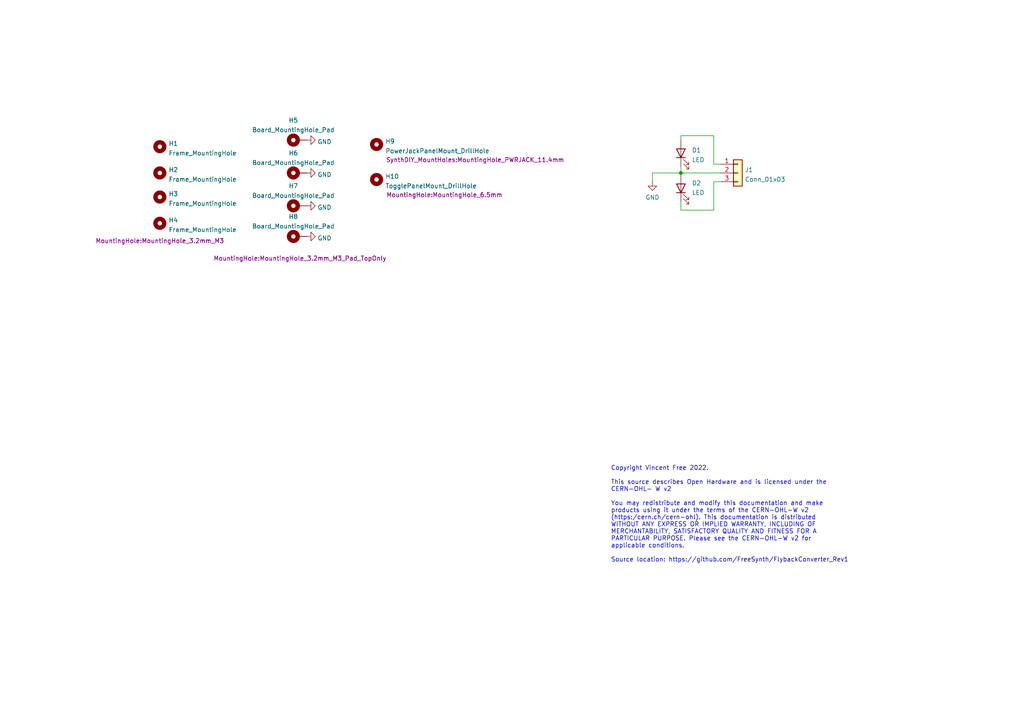
<source format=kicad_sch>
(kicad_sch (version 20211123) (generator eeschema)
  (paper "A4")
  (title_block (title "Flyback Converter Eurorack Power Supply - Front PCB") (date "2022-01-31") (rev "1") (company "FreeSynth"))
  (lib_symbols
    (symbol "Connector_Generic:Conn_01x03" (pin_names (offset 1.016) hide)
      (property "Reference" "J" (at 0 5.08 0))
      (property "Value" "Conn_01x03" (at 0 -5.08 0))
      (symbol "Conn_01x03_1_1"
        (rectangle (start -1.27 -2.413) (end 0 -2.667) (stroke (width 0.1524)))
        (rectangle (start -1.27 0.127) (end 0 -0.127) (stroke (width 0.1524)))
        (rectangle (start -1.27 2.667) (end 0 2.413) (stroke (width 0.1524)))
        (rectangle (start -1.27 3.81) (end 1.27 -3.81) (stroke (width 0.254)) (fill (type background)))
        (pin passive line (at -5.08 2.54 0) (length 3.81) (name "Pin_1") (number "1"))
        (pin passive line (at -5.08 0 0) (length 3.81) (name "Pin_2") (number "2"))
        (pin passive line (at -5.08 -2.54 0) (length 3.81) (name "Pin_3") (number "3"))
      )
    )
    (symbol "Device:LED" (pin_numbers hide) (pin_names (offset 1.016) hide)
      (property "Reference" "D" (at 0 2.54 0))
      (property "Value" "LED" (at 0 -2.54 0))
      (symbol "LED_0_1"
        (polyline (pts (xy -1.27 -1.27) (xy -1.27 1.27)) (stroke (width 0.254)))
        (polyline (pts (xy -1.27 0) (xy 1.27 0)))
        (polyline (pts (xy 1.27 -1.27) (xy 1.27 1.27) (xy -1.27 0) (xy 1.27 -1.27)) (stroke (width 0.254)))
        (polyline (pts (xy -3.048 -0.762) (xy -4.572 -2.286) (xy -3.81 -2.286) (xy -4.572 -2.286) (xy -4.572 -1.524)))
        (polyline (pts (xy -1.778 -0.762) (xy -3.302 -2.286) (xy -2.54 -2.286) (xy -3.302 -2.286) (xy -3.302 -1.524)))
      )
      (symbol "LED_1_1"
        (pin passive line (at -3.81 0 0) (length 2.54) (name "K") (number "1"))
        (pin passive line (at 3.81 0 180) (length 2.54) (name "A") (number "2"))
      )
    )
    (symbol "Mechanical:MountingHole" (pin_names (offset 1.016))
      (property "Reference" "H" (at 0 5.08 0))
      (property "Value" "MountingHole" (at 0 3.175 0))
      (symbol "MountingHole_0_1"
        (circle (center 0 0) (radius 1.27) (stroke (width 1.27)))
      )
    )
    (symbol "Mechanical:MountingHole_Pad" (pin_numbers hide) (pin_names (offset 1.016) hide)
      (property "Reference" "H" (at 0 6.35 0))
      (property "Value" "MountingHole_Pad" (at 0 4.445 0))
      (symbol "MountingHole_Pad_0_1"
        (circle (center 0 1.27) (radius 1.27) (stroke (width 1.27)))
      )
      (symbol "MountingHole_Pad_1_1"
        (pin input line (at 0 -2.54 90) (length 2.54) (name "1") (number "1"))
      )
    )
    (symbol "power:GND" (power) (pin_names (offset 0))
      (property "Value" "GND" (at 0 -3.81 0))
      (symbol "GND_0_1"
        (polyline (pts (xy 0 0) (xy 0 -1.27) (xy 1.27 -1.27) (xy 0 -2.54) (xy -1.27 -1.27) (xy 0 -1.27)))
      )
      (symbol "GND_1_1"
        (pin power_in line (at 0 0 270) (length 0) hide (name "GND") (number "1"))
      )
    )
  )
  (junction (at 197.485 50.165))
  (wire (pts (xy 197.485 50.8) (xy 197.485 50.165)))
  (wire (pts (xy 208.915 52.705) (xy 207.01 52.705)))
  (wire (pts (xy 189.23 50.165) (xy 197.485 50.165)))
  (wire (pts (xy 207.01 47.625) (xy 208.915 47.625)))
  (wire (pts (xy 197.485 48.26) (xy 197.485 50.165)))
  (wire (pts (xy 197.485 39.37) (xy 197.485 40.64)))
  (wire (pts (xy 197.485 60.96) (xy 197.485 58.42)))
  (wire (pts (xy 207.01 39.37) (xy 197.485 39.37)))
  (wire (pts (xy 207.01 47.625) (xy 207.01 39.37)))
  (wire (pts (xy 197.485 50.165) (xy 208.915 50.165)))
  (wire (pts (xy 207.01 52.705) (xy 207.01 60.96)))
  (wire (pts (xy 207.01 60.96) (xy 197.485 60.96)))
  (wire (pts (xy 189.23 52.705) (xy 189.23 50.165)))
  (text "Copyright Vincent Free 2022.\n\nThis source describes Open Hardware and is licensed under the \nCERN-OHL- W v2\n\nYou may redistribute and modify this documentation and make \nproducts using it under the terms of the CERN-OHL-W v2 \n(https:/cern.ch/cern-ohl). This documentation is distributed \nWITHOUT ANY EXPRESS OR IMPLIED WARRANTY, INCLUDING OF \nMERCHANTABILITY, SATISFACTORY QUALITY AND FITNESS FOR A \nPARTICULAR PURPOSE. Please see the CERN-OHL-W v2 for \napplicable conditions.\n\nSource location: https://github.com/FreeSynth/FlybackConverter_Rev1" (at 177.165 163.195 0) (effects (font (size 1.27 1.27)) (justify left bottom)))
  (symbol (lib_id "Mechanical:MountingHole") (at 46.355 57.15 0) (unit 1) (in_bom no)
    (property "Reference" "H3" (at 48.895 56.2415 0) (effects (justify left)))
    (property "Value" "Frame_MountingHole" (at 48.895 59.0166 0) (effects (justify left)))
    (property "Footprint" "MountingHole:MountingHole_3.2mm_M3" (effects hide))
  )
  (symbol (lib_id "power:GND") (at 88.9 50.165 90) (unit 1)
    (property "Reference" "#PWR0102" (effects hide))
    (property "Value" "GND" (at 92.075 50.644 90) (effects (justify right)))
  )
  (symbol (lib_id "Mechanical:MountingHole_Pad") (at 86.36 68.58 90) (unit 1) (in_bom no)
    (property "Reference" "H8" (at 85.09 62.8355 90))
    (property "Value" "Board_MountingHole_Pad" (at 85.09 65.6106 90))
    (property "Footprint" "MountingHole:MountingHole_3.2mm_M3_Pad_TopOnly" (effects hide))
  )
  (symbol (lib_id "power:GND") (at 88.9 40.64 90) (unit 1)
    (property "Reference" "#PWR0103" (effects hide))
    (property "Value" "GND" (at 92.075 41.119 90) (effects (justify right)))
  )
  (symbol (lib_id "Mechanical:MountingHole_Pad") (at 86.36 40.64 90) (unit 1) (in_bom no)
    (property "Reference" "H5" (at 85.09 34.8955 90))
    (property "Value" "Board_MountingHole_Pad" (at 85.09 37.6706 90))
    (property "Footprint" "MountingHole:MountingHole_3.2mm_M3_Pad_TopOnly" (at 86.995 74.93 90))
  )
  (symbol (lib_id "Mechanical:MountingHole_Pad") (at 86.36 50.165 90) (unit 1) (in_bom no)
    (property "Reference" "H6" (at 85.09 44.4205 90))
    (property "Value" "Board_MountingHole_Pad" (at 85.09 47.1956 90))
    (property "Footprint" "MountingHole:MountingHole_3.2mm_M3_Pad_TopOnly" (effects hide))
  )
  (symbol (lib_id "Mechanical:MountingHole_Pad") (at 86.36 59.69 90) (unit 1) (in_bom no)
    (property "Reference" "H7" (at 85.09 53.9455 90))
    (property "Value" "Board_MountingHole_Pad" (at 85.09 56.7206 90))
    (property "Footprint" "MountingHole:MountingHole_3.2mm_M3_Pad_TopOnly" (effects hide))
  )
  (symbol (lib_id "power:GND") (at 88.9 68.58 90) (unit 1)
    (property "Reference" "#PWR0104" (effects hide))
    (property "Value" "GND" (at 92.075 69.059 90) (effects (justify right)))
  )
  (symbol (lib_id "power:GND") (at 88.9 59.69 90) (unit 1)
    (property "Reference" "#PWR0101" (effects hide))
    (property "Value" "GND" (at 92.075 60.169 90) (effects (justify right)))
  )
  (symbol (lib_id "Device:LED") (at 197.485 54.61 90) (unit 1)
    (property "Reference" "D2" (at 200.66 53.1049 90) (effects (justify right)))
    (property "Value" "LED" (at 200.66 55.88 90) (effects (justify right)))
    (property "Footprint" "SynthDIY:LED_156120VS75300_Würth_ReverseMount" (effects hide))
    (property "Datasheet" "https://www.we-online.com/katalog/datasheet/156120VS75300.pdf" (effects hide))
  )
  (symbol (lib_id "Mechanical:MountingHole") (at 109.22 41.91 0) (unit 1) (in_bom no)
    (property "Reference" "H9" (at 111.76 41.0015 0) (effects (justify left)))
    (property "Value" "PowerJackPanelMount_DrillHole" (at 111.76 43.7766 0) (effects (justify left)))
    (property "Footprint" "SynthDIY_MountHoles:MountingHole_PWRJACK_11.4mm" (at 137.795 46.355 0))
  )
  (symbol (lib_id "Connector_Generic:Conn_01x03") (at 213.995 50.165 0) (unit 1)
    (property "Reference" "J1" (at 216.027 49.2565 0) (effects (justify left)))
    (property "Value" "Conn_01x03" (at 216.027 52.0316 0) (effects (justify left)))
    (property "Footprint" "SynthDIY:Kyocera_3pos_WireToBoard" (effects hide))
    (property "Datasheet" "https://datasheets.kyocera-avx.com/AVX-9176-800.pdf" (effects hide))
  )
  (symbol (lib_id "Mechanical:MountingHole") (at 46.355 64.77 0) (unit 1) (in_bom no)
    (property "Reference" "H4" (at 48.895 63.8615 0) (effects (justify left)))
    (property "Value" "Frame_MountingHole" (at 48.895 66.6366 0) (effects (justify left)))
    (property "Footprint" "MountingHole:MountingHole_3.2mm_M3" (effects hide))
  )
  (symbol (lib_id "Device:LED") (at 197.485 44.45 90) (unit 1)
    (property "Reference" "D1" (at 200.66 43.5799 90) (effects (justify right)))
    (property "Value" "LED" (at 200.66 46.355 90) (effects (justify right)))
    (property "Footprint" "SynthDIY:LED_156120VS75300_Würth_ReverseMount" (effects hide))
    (property "Datasheet" "https://www.we-online.com/katalog/datasheet/156120VS75300.pdf" (effects hide))
  )
  (symbol (lib_id "Mechanical:MountingHole") (at 46.355 50.165 0) (unit 1) (in_bom no)
    (property "Reference" "H2" (at 48.895 49.2565 0) (effects (justify left)))
    (property "Value" "Frame_MountingHole" (at 48.895 52.0316 0) (effects (justify left)))
    (property "Footprint" "MountingHole:MountingHole_3.2mm_M3" (effects hide))
  )
  (symbol (lib_id "power:GND") (at 189.23 52.705 0) (unit 1)
    (property "Reference" "#PWR0105" (effects hide))
    (property "Value" "GND" (at 189.23 57.2675 0))
  )
  (symbol (lib_id "Mechanical:MountingHole") (at 109.22 52.07 0) (unit 1) (in_bom no)
    (property "Reference" "H10" (at 111.76 51.1615 0) (effects (justify left)))
    (property "Value" "TogglePanelMount_DrillHole" (at 111.76 53.9366 0) (effects (justify left)))
    (property "Footprint" "MountingHole:MountingHole_6.5mm" (at 128.905 56.515 0))
  )
  (symbol (lib_id "Mechanical:MountingHole") (at 46.355 42.545 0) (unit 1) (in_bom no)
    (property "Reference" "H1" (at 48.895 41.6365 0) (effects (justify left)))
    (property "Value" "Frame_MountingHole" (at 48.895 44.4116 0) (effects (justify left)))
    (property "Footprint" "MountingHole:MountingHole_3.2mm_M3" (at 46.355 69.85 0))
  )
)
</source>
